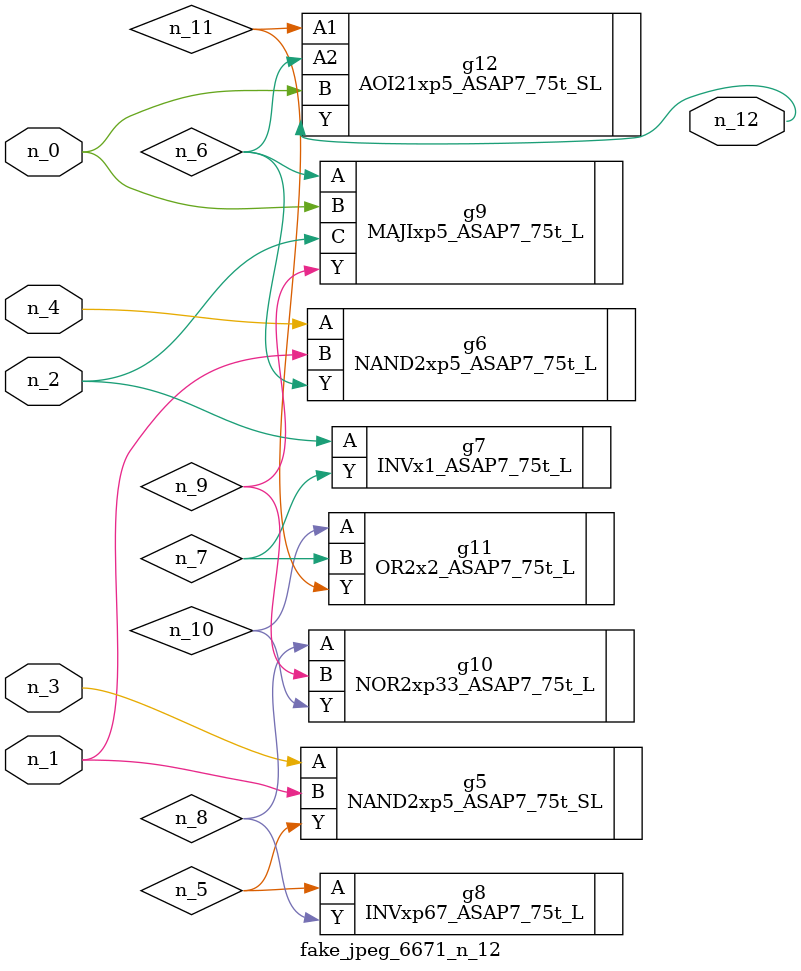
<source format=v>
module fake_jpeg_6671_n_12 (n_3, n_2, n_1, n_0, n_4, n_12);

input n_3;
input n_2;
input n_1;
input n_0;
input n_4;

output n_12;

wire n_11;
wire n_10;
wire n_8;
wire n_9;
wire n_6;
wire n_5;
wire n_7;

NAND2xp5_ASAP7_75t_SL g5 ( 
.A(n_3),
.B(n_1),
.Y(n_5)
);

NAND2xp5_ASAP7_75t_L g6 ( 
.A(n_4),
.B(n_1),
.Y(n_6)
);

INVx1_ASAP7_75t_L g7 ( 
.A(n_2),
.Y(n_7)
);

INVxp67_ASAP7_75t_L g8 ( 
.A(n_5),
.Y(n_8)
);

NOR2xp33_ASAP7_75t_L g10 ( 
.A(n_8),
.B(n_9),
.Y(n_10)
);

MAJIxp5_ASAP7_75t_L g9 ( 
.A(n_6),
.B(n_0),
.C(n_2),
.Y(n_9)
);

OR2x2_ASAP7_75t_L g11 ( 
.A(n_10),
.B(n_7),
.Y(n_11)
);

AOI21xp5_ASAP7_75t_SL g12 ( 
.A1(n_11),
.A2(n_6),
.B(n_0),
.Y(n_12)
);


endmodule
</source>
